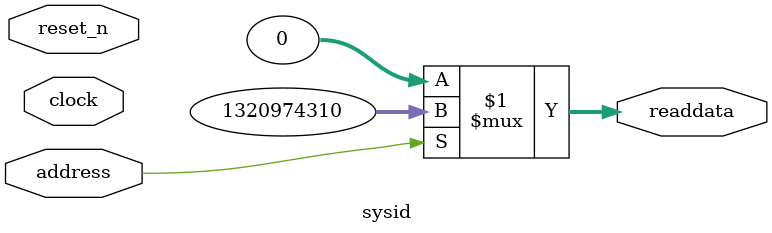
<source format=v>

`timescale 1ns / 1ps
// synthesis translate_on

// turn off superfluous verilog processor warnings 
// altera message_level Level1 
// altera message_off 10034 10035 10036 10037 10230 10240 10030 

module sysid (
               // inputs:
                address,
                clock,
                reset_n,

               // outputs:
                readdata
             )
;

  output  [ 31: 0] readdata;
  input            address;
  input            clock;
  input            reset_n;

  wire    [ 31: 0] readdata;
  //control_slave, which is an e_avalon_slave
  assign readdata = address ? 1320974310 : 0;

endmodule


</source>
